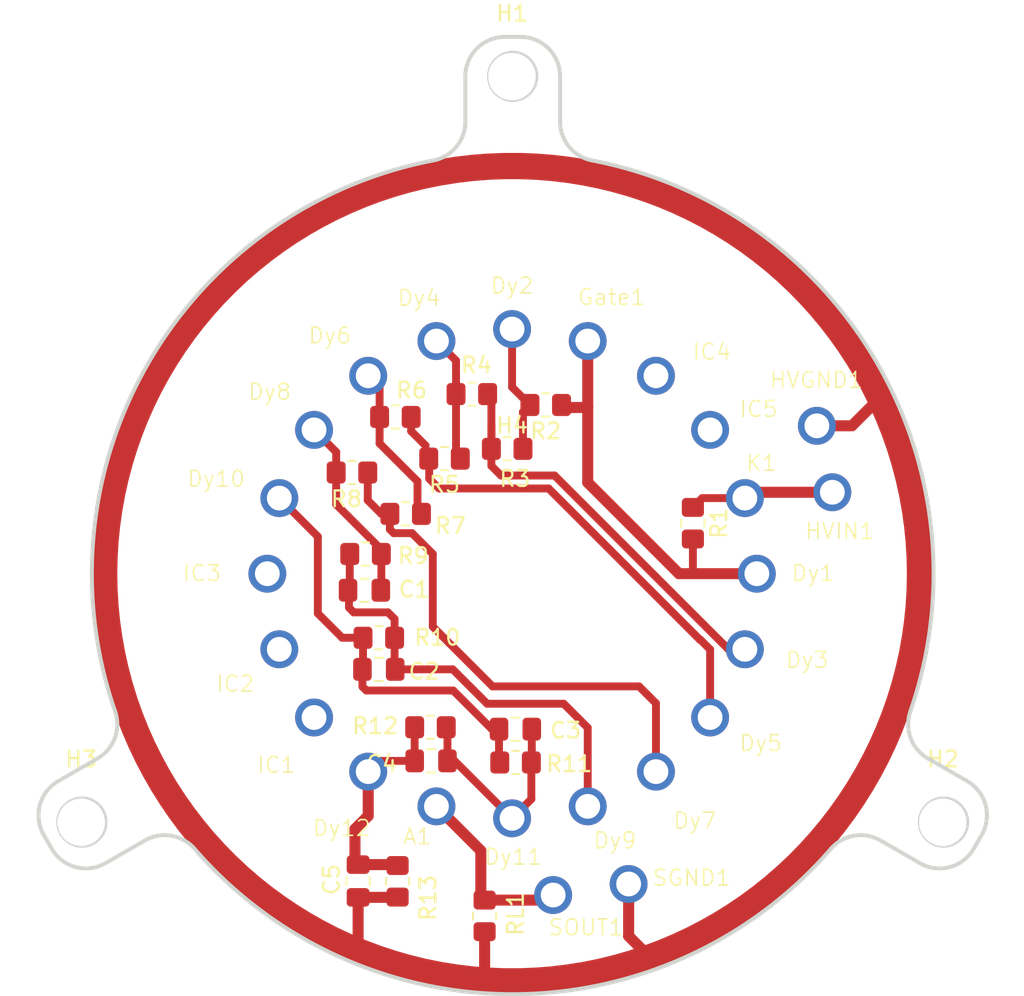
<source format=kicad_pcb>
(kicad_pcb (version 20221018) (generator pcbnew)
  (layers (0 "F.Cu" signal) (31 "B.Cu" signal) (34 "B.Paste" user) (35 "F.Paste" user) (36 "B.SilkS" user "B.Silkscreen") (37 "F.SilkS" user "F.Silkscreen") (38 "B.Mask" user) (39 "F.Mask" user) (44 "Edge.Cuts" user))
  (net 0 "")
  (net 1 "GND")
  (net 2 "Net-(A1-Pin_1)")
  (net 3 "Net-(Dy8-Pin_1)")
  (net 4 "Net-(Dy9-Pin_1)")
  (net 5 "Net-(Dy10-Pin_1)")
  (net 6 "Net-(Dy11-Pin_1)")
  (net 7 "Net-(Dy12-Pin_1)")
  (net 8 "Net-(Dy1-Pin_1)")
  (net 9 "Net-(Dy2-Pin_1)")
  (net 10 "Net-(Dy3-Pin_1)")
  (net 11 "Net-(Dy4-Pin_1)")
  (net 12 "Net-(Dy5-Pin_1)")
  (net 13 "Net-(Dy6-Pin_1)")
  (net 14 "Net-(Dy7-Pin_1)")
  (net 15 "Net-(HVIN1-Pin_1)")
  (footprint "Custom parts:PMT pin" (layer "F.Cu") (at 114.741 95.21)
    (fp_text reference "K1" (at 1.049 -2.22 unlocked) (layer "F.SilkS") (effects (font (thickness 0.1))))
    (fp_text value "K" hide)
    (pad "1" thru_hole circle (at 0 0) (size 2.4 2.4) (drill 1.57) (layers "*.Cu" "*.Mask") (net 15 "Net-(HVIN1-Pin_1)"))
  )
  (footprint "Resistor_SMD:R_0805_2012Metric_Pad1.20x1.40mm_HandSolder" (layer "F.Cu") (at 102.13 89.31 180)
    (fp_text reference "R2" (at 0 -1.65) (layer "F.SilkS"))
    (fp_text value "1.5R")
    (fp_line (start -0.227064 -0.735) (end 0.227064 -0.735) (stroke (width 0.12)) (layer "F.SilkS"))
    (fp_line (start -0.227064 0.735) (end 0.227064 0.735) (stroke (width 0.12)) (layer "F.SilkS"))
    (pad "1" smd roundrect (at -1 0 180) (size 1.2 1.4) (layers "F.Cu" "F.Paste" "F.Mask") (roundrect_rratio 0.208333) (net 8 "Net-(Dy1-Pin_1)"))
    (pad "2" smd roundrect (at 1 0 180) (size 1.2 1.4) (layers "F.Cu" "F.Paste" "F.Mask") (roundrect_rratio 0.208333) (net 9 "Net-(Dy2-Pin_1)"))
  )
  (footprint "MountingHole:MountingHole_3mm" (layer "F.Cu") (at 127.28 115.75)
    (fp_text reference "H2" (at 0 -4) (layer "F.SilkS"))
    (fp_text value "MountingHole")
    (pad "" np_thru_hole circle (at 0 0) (size 3 3) (drill 3) (layers "*.Cu" "*.Mask"))
  )
  (footprint "Custom parts:PMT pin" (layer "F.Cu") (at 84.5 100)
    (fp_text reference "IC3" (at -4.14 -0.03 unlocked) (layer "F.SilkS") (effects (font (thickness 0.1))))
    (fp_text value "IC" hide)
    (pad "1" thru_hole circle (at 0 0) (size 2.4 2.4) (drill 1.57) (layers "*.Cu" "*.Mask"))
  )
  (footprint "Custom parts:PMT pin" (layer "F.Cu") (at 100 115.5)
    (fp_text reference "Dy11" (at 0.07 2.44 unlocked) (layer "F.SilkS") (effects (font (thickness 0.1))))
    (fp_text value "Dy11" hide)
    (pad "1" thru_hole circle (at 0 0) (size 2.4 2.4) (drill 1.57) (layers "*.Cu" "*.Mask") (net 6 "Net-(Dy11-Pin_1)"))
  )
  (footprint "Custom parts:PMT pin" (layer "F.Cu") (at 87.46 90.889)
    (fp_text reference "Dy8" (at -2.81 -2.409 unlocked) (layer "F.SilkS") (effects (font (thickness 0.1))))
    (fp_text value "Dy8" hide)
    (pad "1" thru_hole circle (at 0 0) (size 2.4 2.4) (drill 1.57) (layers "*.Cu" "*.Mask") (net 3 "Net-(Dy8-Pin_1)"))
  )
  (footprint "Custom parts:PMT pin" (layer "F.Cu") (at 115.5 100)
    (fp_text reference "Dy1" (at 3.56 -0.03 unlocked) (layer "F.SilkS") (effects (font (thickness 0.1))))
    (fp_text value "Dy1")
    (pad "1" thru_hole circle (at 0 0) (size 2.4 2.4) (drill 1.57) (layers "*.Cu" "*.Mask") (net 8 "Net-(Dy1-Pin_1)"))
  )
  (footprint "Custom parts:PMT pin" (layer "F.Cu") (at 119.3 90.63)
    (fp_text reference "HVGND1" (at -0.03 -2.9 unlocked) (layer "F.SilkS") (effects (font (thickness 0.1))))
    (fp_text value "HV GND" hide)
    (pad "1" thru_hole circle (at 0 0) (size 2.4 2.4) (drill 1.57) (layers "*.Cu" "*.Mask") (net 1 "GND"))
  )
  (footprint "Resistor_SMD:R_0805_2012Metric_Pad1.20x1.40mm_HandSolder" (layer "F.Cu") (at 100.22 111.96)
    (fp_text reference "R11" (at 3.4 0.09) (layer "F.SilkS"))
    (fp_text value "R")
    (fp_line (start -0.227064 -0.735) (end 0.227064 -0.735) (stroke (width 0.12)) (layer "F.SilkS"))
    (fp_line (start -0.227064 0.735) (end 0.227064 0.735) (stroke (width 0.12)) (layer "F.SilkS"))
    (pad "1" smd roundrect (at -1 0) (size 1.2 1.4) (layers "F.Cu" "F.Paste" "F.Mask") (roundrect_rratio 0.208333) (net 5 "Net-(Dy10-Pin_1)"))
    (pad "2" smd roundrect (at 1 0) (size 1.2 1.4) (layers "F.Cu" "F.Paste" "F.Mask") (roundrect_rratio 0.208333) (net 6 "Net-(Dy11-Pin_1)"))
  )
  (footprint "Custom parts:PMT pin" (layer "F.Cu") (at 104.79 114.741)
    (fp_text reference "Dy9" (at 1.73 2.159 unlocked) (layer "F.SilkS") (effects (font (thickness 0.1))))
    (fp_text value "Dy9" hide)
    (pad "1" thru_hole circle (at 0 0) (size 2.4 2.4) (drill 1.57) (layers "*.Cu" "*.Mask") (net 4 "Net-(Dy9-Pin_1)"))
  )
  (footprint "Custom parts:PMT pin" (layer "F.Cu") (at 104.79 85.259)
    (fp_text reference "Gate1" (at 1.51 -2.779 unlocked) (layer "F.SilkS") (effects (font (thickness 0.1))))
    (fp_text value "G" hide)
    (pad "1" thru_hole circle (at 0 0) (size 2.4 2.4) (drill 1.57) (layers "*.Cu" "*.Mask") (net 8 "Net-(Dy1-Pin_1)"))
  )
  (footprint "Custom parts:PMT pin" (layer "F.Cu") (at 85.259 95.21)
    (fp_text reference "Dy10" (at -3.999 -1.22 unlocked) (layer "F.SilkS") (effects (font (thickness 0.1))))
    (fp_text value "Dy10" hide)
    (pad "1" thru_hole circle (at 0 0) (size 2.4 2.4) (drill 1.57) (layers "*.Cu" "*.Mask") (net 5 "Net-(Dy10-Pin_1)"))
  )
  (footprint "Resistor_SMD:R_0805_2012Metric_Pad1.20x1.40mm_HandSolder" (layer "F.Cu") (at 92.61 90.07 180)
    (fp_text reference "R6" (at -1.02 1.69) (layer "F.SilkS"))
    (fp_text value "R")
    (fp_line (start -0.227064 -0.735) (end 0.227064 -0.735) (stroke (width 0.12)) (layer "F.SilkS"))
    (fp_line (start -0.227064 0.735) (end 0.227064 0.735) (stroke (width 0.12)) (layer "F.SilkS"))
    (pad "1" smd roundrect (at -1 0 180) (size 1.2 1.4) (layers "F.Cu" "F.Paste" "F.Mask") (roundrect_rratio 0.208333) (net 12 "Net-(Dy5-Pin_1)"))
    (pad "2" smd roundrect (at 1 0 180) (size 1.2 1.4) (layers "F.Cu" "F.Paste" "F.Mask") (roundrect_rratio 0.208333) (net 13 "Net-(Dy6-Pin_1)"))
  )
  (footprint "Capacitor_SMD:C_0805_2012Metric_Pad1.18x1.45mm_HandSolder" (layer "F.Cu") (at 100.21 109.85)
    (fp_text reference "C3" (at 3.18 0.08) (layer "F.SilkS"))
    (fp_text value "C")
    (fp_line (start -0.261252 -0.735) (end 0.261252 -0.735) (stroke (width 0.12)) (layer "F.SilkS"))
    (fp_line (start -0.261252 0.735) (end 0.261252 0.735) (stroke (width 0.12)) (layer "F.SilkS"))
    (pad "1" smd roundrect (at -1.0375 0) (size 1.175 1.45) (layers "F.Cu" "F.Paste" "F.Mask") (roundrect_rratio 0.212766) (net 5 "Net-(Dy10-Pin_1)"))
    (pad "2" smd roundrect (at 1.0375 0) (size 1.175 1.45) (layers "F.Cu" "F.Paste" "F.Mask") (roundrect_rratio 0.212766) (net 6 "Net-(Dy11-Pin_1)"))
  )
  (footprint "MountingHole:MountingHole_3mm" (layer "F.Cu") (at 72.72 115.75)
    (fp_text reference "H3" (at 0 -4) (layer "F.SilkS"))
    (fp_text value "MountingHole")
    (pad "" np_thru_hole circle (at 0 0) (size 3 3) (drill 3) (layers "*.Cu" "*.Mask"))
  )
  (footprint "Resistor_SMD:R_0805_2012Metric_Pad1.20x1.40mm_HandSolder" (layer "F.Cu") (at 111.45 96.8 -90)
    (fp_text reference "R1" (at 0 -1.65 90) (layer "F.SilkS"))
    (fp_text value "4R")
    (fp_line (start -0.227064 -0.735) (end 0.227064 -0.735) (stroke (width 0.12)) (layer "F.SilkS"))
    (fp_line (start -0.227064 0.735) (end 0.227064 0.735) (stroke (width 0.12)) (layer "F.SilkS"))
    (pad "1" smd roundrect (at -1 0 270) (size 1.2 1.4) (layers "F.Cu" "F.Paste" "F.Mask") (roundrect_rratio 0.208333) (net 15 "Net-(HVIN1-Pin_1)"))
    (pad "2" smd roundrect (at 1 0 270) (size 1.2 1.4) (layers "F.Cu" "F.Paste" "F.Mask") (roundrect_rratio 0.208333) (net 8 "Net-(Dy1-Pin_1)"))
  )
  (footprint "Capacitor_SMD:C_0805_2012Metric_Pad1.18x1.45mm_HandSolder" (layer "F.Cu") (at 90.65 101.05 180)
    (fp_text reference "C1" (at -3.15 0.06) (layer "F.SilkS"))
    (fp_text value "C")
    (fp_line (start -0.261252 -0.735) (end 0.261252 -0.735) (stroke (width 0.12)) (layer "F.SilkS"))
    (fp_line (start -0.261252 0.735) (end 0.261252 0.735) (stroke (width 0.12)) (layer "F.SilkS"))
    (pad "1" smd roundrect (at -1.0375 0 180) (size 1.175 1.45) (layers "F.Cu" "F.Paste" "F.Mask") (roundrect_rratio 0.212766) (net 3 "Net-(Dy8-Pin_1)"))
    (pad "2" smd roundrect (at 1.0375 0 180) (size 1.175 1.45) (layers "F.Cu" "F.Paste" "F.Mask") (roundrect_rratio 0.212766) (net 4 "Net-(Dy9-Pin_1)"))
  )
  (footprint "Resistor_SMD:R_0805_2012Metric_Pad1.20x1.40mm_HandSolder" (layer "F.Cu") (at 99.69 92.09 180)
    (fp_text reference "R3" (at -0.49 -1.89) (layer "F.SilkS"))
    (fp_text value "2R")
    (fp_line (start -0.227064 -0.735) (end 0.227064 -0.735) (stroke (width 0.12)) (layer "F.SilkS"))
    (fp_line (start -0.227064 0.735) (end 0.227064 0.735) (stroke (width 0.12)) (layer "F.SilkS"))
    (pad "1" smd roundrect (at -1 0 180) (size 1.2 1.4) (layers "F.Cu" "F.Paste" "F.Mask") (roundrect_rratio 0.208333) (net 9 "Net-(Dy2-Pin_1)"))
    (pad "2" smd roundrect (at 1 0 180) (size 1.2 1.4) (layers "F.Cu" "F.Paste" "F.Mask") (roundrect_rratio 0.208333) (net 10 "Net-(Dy3-Pin_1)"))
  )
  (footprint "MountingHole:MountingHole_3mm" (layer "F.Cu") (at 100 68.5)
    (fp_text reference "H1" (at 0 -4) (layer "F.SilkS"))
    (fp_text value "MountingHole")
    (pad "" np_thru_hole circle (at 0 0) (size 3 3) (drill 3) (layers "*.Cu" "*.Mask"))
  )
  (footprint "Custom parts:PMT pin" (layer "F.Cu") (at 112.54 90.889)
    (fp_text reference "IC5" (at 3.07 -1.319 unlocked) (layer "F.SilkS") (effects (font (thickness 0.1))))
    (fp_text value "IC" hide)
    (pad "1" thru_hole circle (at 0 0) (size 2.4 2.4) (drill 1.57) (layers "*.Cu" "*.Mask"))
  )
  (footprint "Custom parts:PMT pin" (layer "F.Cu") (at 95.21 114.741)
    (fp_text reference "A1" (at -1.22 1.899 unlocked) (layer "F.SilkS") (effects (font (thickness 0.1))))
    (fp_text value "A" hide)
    (pad "1" thru_hole circle (at 0 0) (size 2.4 2.4) (drill 1.57) (layers "*.Cu" "*.Mask") (net 2 "Net-(A1-Pin_1)"))
  )
  (footprint "Capacitor_SMD:C_0805_2012Metric_Pad1.18x1.45mm_HandSolder" (layer "F.Cu") (at 94.87 111.86 180)
    (fp_text reference "C4" (at 3.13 -0.17) (layer "F.SilkS"))
    (fp_text value "C")
    (fp_line (start -0.261252 -0.735) (end 0.261252 -0.735) (stroke (width 0.12)) (layer "F.SilkS"))
    (fp_line (start -0.261252 0.735) (end 0.261252 0.735) (stroke (width 0.12)) (layer "F.SilkS"))
    (pad "1" smd roundrect (at -1.0375 0 180) (size 1.175 1.45) (layers "F.Cu" "F.Paste" "F.Mask") (roundrect_rratio 0.212766) (net 6 "Net-(Dy11-Pin_1)"))
    (pad "2" smd roundrect (at 1.0375 0 180) (size 1.175 1.45) (layers "F.Cu" "F.Paste" "F.Mask") (roundrect_rratio 0.212766) (net 7 "Net-(Dy12-Pin_1)"))
  )
  (footprint "Resistor_SMD:R_0805_2012Metric_Pad1.20x1.40mm_HandSolder" (layer "F.Cu") (at 94.83 109.73 180)
    (fp_text reference "R12" (at 3.5 0.08) (layer "F.SilkS"))
    (fp_text value "1.5R")
    (fp_line (start -0.227064 -0.735) (end 0.227064 -0.735) (stroke (width 0.12)) (layer "F.SilkS"))
    (fp_line (start -0.227064 0.735) (end 0.227064 0.735) (stroke (width 0.12)) (layer "F.SilkS"))
    (pad "1" smd roundrect (at -1 0 180) (size 1.2 1.4) (layers "F.Cu" "F.Paste" "F.Mask") (roundrect_rratio 0.208333) (net 6 "Net-(Dy11-Pin_1)"))
    (pad "2" smd roundrect (at 1 0 180) (size 1.2 1.4) (layers "F.Cu" "F.Paste" "F.Mask") (roundrect_rratio 0.208333) (net 7 "Net-(Dy12-Pin_1)"))
  )
  (footprint "Custom parts:PMT pin" (layer "F.Cu") (at 109.111 112.54)
    (fp_text reference "Dy7" (at 2.469 3.11 unlocked) (layer "F.SilkS") (effects (font (thickness 0.1))))
    (fp_text value "Dy7" hide)
    (pad "1" thru_hole circle (at 0 0) (size 2.4 2.4) (drill 1.57) (layers "*.Cu" "*.Mask") (net 14 "Net-(Dy7-Pin_1)"))
  )
  (footprint "Resistor_SMD:R_0805_2012Metric_Pad1.20x1.40mm_HandSolder" (layer "F.Cu") (at 89.86 93.59 180)
    (fp_text reference "R8" (at 0.35 -1.68) (layer "F.SilkS"))
    (fp_text value "R")
    (fp_line (start -0.227064 -0.735) (end 0.227064 -0.735) (stroke (width 0.12)) (layer "F.SilkS"))
    (fp_line (start -0.227064 0.735) (end 0.227064 0.735) (stroke (width 0.12)) (layer "F.SilkS"))
    (pad "1" smd roundrect (at -1 0 180) (size 1.2 1.4) (layers "F.Cu" "F.Paste" "F.Mask") (roundrect_rratio 0.208333) (net 14 "Net-(Dy7-Pin_1)"))
    (pad "2" smd roundrect (at 1 0 180) (size 1.2 1.4) (layers "F.Cu" "F.Paste" "F.Mask") (roundrect_rratio 0.208333) (net 3 "Net-(Dy8-Pin_1)"))
  )
  (footprint "Custom parts:PMT pin" (layer "F.Cu") (at 100 84.5)
    (fp_text reference "Dy2" (at 0 -2.75 unlocked) (layer "F.SilkS") (effects (font (thickness 0.1))))
    (fp_text value "Dy2" hide)
    (pad "1" thru_hole circle (at 0 0) (size 2.4 2.4) (drill 1.57) (layers "*.Cu" "*.Mask") (net 9 "Net-(Dy2-Pin_1)"))
  )
  (footprint "Resistor_SMD:R_0805_2012Metric_Pad1.20x1.40mm_HandSolder" (layer "F.Cu") (at 95.72 92.71 180)
    (fp_text reference "R5" (at 0 -1.65) (layer "F.SilkS"))
    (fp_text value "R")
    (fp_line (start -0.227064 -0.735) (end 0.227064 -0.735) (stroke (width 0.12)) (layer "F.SilkS"))
    (fp_line (start -0.227064 0.735) (end 0.227064 0.735) (stroke (width 0.12)) (layer "F.SilkS"))
    (pad "1" smd roundrect (at -1 0 180) (size 1.2 1.4) (layers "F.Cu" "F.Paste" "F.Mask") (roundrect_rratio 0.208333) (net 11 "Net-(Dy4-Pin_1)"))
    (pad "2" smd roundrect (at 1 0 180) (size 1.2 1.4) (layers "F.Cu" "F.Paste" "F.Mask") (roundrect_rratio 0.208333) (net 12 "Net-(Dy5-Pin_1)"))
  )
  (footprint "Resistor_SMD:R_0805_2012Metric_Pad1.20x1.40mm_HandSolder" (layer "F.Cu") (at 91.56 104.06 180)
    (fp_text reference "R10" (at -3.71 0.02) (layer "F.SilkS"))
    (fp_text value "R")
    (fp_line (start -0.227064 -0.735) (end 0.227064 -0.735) (stroke (width 0.12)) (layer "F.SilkS"))
    (fp_line (start -0.227064 0.735) (end 0.227064 0.735) (stroke (width 0.12)) (layer "F.SilkS"))
    (pad "1" smd roundrect (at -1 0 180) (size 1.2 1.4) (layers "F.Cu" "F.Paste" "F.Mask") (roundrect_rratio 0.208333) (net 4 "Net-(Dy9-Pin_1)"))
    (pad "2" smd roundrect (at 1 0 180) (size 1.2 1.4) (layers "F.Cu" "F.Paste" "F.Mask") (roundrect_rratio 0.208333) (net 5 "Net-(Dy10-Pin_1)"))
  )
  (footprint "MountingHole:MountingHole_8.4mm_M8" (layer "F.Cu") (at 100 100)
    (fp_text reference "H4" (at 0 -9.4) (layer "F.SilkS"))
    (fp_text value "MountingHole")
    (pad "" np_thru_hole circle (at 0 0) (size 8.4 8.4) (drill 8.4) (layers "*.Cu" "*.Mask"))
  )
  (footprint "Resistor_SMD:R_0805_2012Metric_Pad1.20x1.40mm_HandSolder" (layer "F.Cu") (at 93.26 96.21 180)
    (fp_text reference "R7" (at -2.83 -0.76) (layer "F.SilkS"))
    (fp_text value "R")
    (fp_line (start -0.227064 -0.735) (end 0.227064 -0.735) (stroke (width 0.12)) (layer "F.SilkS"))
    (fp_line (start -0.227064 0.735) (end 0.227064 0.735) (stroke (width 0.12)) (layer "F.SilkS"))
    (pad "1" smd roundrect (at -1 0 180) (size 1.2 1.4) (layers "F.Cu" "F.Paste" "F.Mask") (roundrect_rratio 0.208333) (net 13 "Net-(Dy6-Pin_1)"))
    (pad "2" smd roundrect (at 1 0 180) (size 1.2 1.4) (layers "F.Cu" "F.Paste" "F.Mask") (roundrect_rratio 0.208333) (net 14 "Net-(Dy7-Pin_1)"))
  )
  (footprint "Capacitor_SMD:C_0805_2012Metric_Pad1.18x1.45mm_HandSolder" (layer "F.Cu") (at 91.56 106.06 180)
    (fp_text reference "C2" (at -2.87 -0.13) (layer "F.SilkS"))
    (fp_text value "C")
    (fp_line (start -0.261252 -0.735) (end 0.261252 -0.735) (stroke (width 0.12)) (layer "F.SilkS"))
    (fp_line (start -0.261252 0.735) (end 0.261252 0.735) (stroke (width 0.12)) (layer "F.SilkS"))
    (pad "1" smd roundrect (at -1.0375 0 180) (size 1.175 1.45) (layers "F.Cu" "F.Paste" "F.Mask") (roundrect_rratio 0.212766) (net 4 "Net-(Dy9-Pin_1)"))
    (pad "2" smd roundrect (at 1.0375 0 180) (size 1.175 1.45) (layers "F.Cu" "F.Paste" "F.Mask") (roundrect_rratio 0.212766) (net 5 "Net-(Dy10-Pin_1)"))
  )
  (footprint "Custom parts:PMT pin" (layer "F.Cu") (at 87.46 109.111)
    (fp_text reference "IC1" (at -2.39 3.009 unlocked) (layer "F.SilkS") (effects (font (thickness 0.1))))
    (fp_text value "IC" hide)
    (pad "1" thru_hole circle (at 0 0) (size 2.4 2.4) (drill 1.57) (layers "*.Cu" "*.Mask"))
  )
  (footprint "Custom parts:PMT pin" (layer "F.Cu") (at 112.54 109.111)
    (fp_text reference "Dy5" (at 3.21 1.629 unlocked) (layer "F.SilkS") (effects (font (thickness 0.1))))
    (fp_text value "Dy5" hide)
    (pad "1" thru_hole circle (at 0 0) (size 2.4 2.4) (drill 1.57) (layers "*.Cu" "*.Mask") (net 12 "Net-(Dy5-Pin_1)"))
  )
  (footprint "Custom parts:PMT pin" (layer "F.Cu") (at 90.889 87.46)
    (fp_text reference "Dy6" (at -2.429 -2.55 unlocked) (layer "F.SilkS") (effects (font (thickness 0.1))))
    (fp_text value "Dy6" hide)
    (pad "1" thru_hole circle (at 0 0) (size 2.4 2.4) (drill 1.57) (layers "*.Cu" "*.Mask") (net 13 "Net-(Dy6-Pin_1)"))
  )
  (footprint "Custom parts:PMT pin" (layer "F.Cu") (at 107.38 119.66)
    (fp_text reference "SGND1" (at 3.99 -0.39 unlocked) (layer "F.SilkS") (effects (font (thickness 0.1))))
    (fp_text value "SIG GND" hide)
    (pad "1" thru_hole circle (at 0 0) (size 2.4 2.4) (drill 1.57) (layers "*.Cu" "*.Mask") (net 1 "GND"))
  )
  (footprint "Custom parts:PMT pin" (layer "F.Cu") (at 85.259 104.79)
    (fp_text reference "IC2" (at -2.789 2.19 unlocked) (layer "F.SilkS") (effects (font (thickness 0.1))))
    (fp_text value "IC" hide)
    (pad "1" thru_hole circle (at 0 0) (size 2.4 2.4) (drill 1.57) (layers "*.Cu" "*.Mask"))
  )
  (footprint "Custom parts:PMT pin" (layer "F.Cu") (at 95.21 85.259)
    (fp_text reference "Dy4" (at -1.1 -2.729 unlocked) (layer "F.SilkS") (effects (font (thickness 0.1))))
    (fp_text value "Dy4")
    (pad "1" thru_hole circle (at 0 0) (size 2.4 2.4) (drill 1.57) (layers "*.Cu" "*.Mask") (net 11 "Net-(Dy4-Pin_1)"))
  )
  (footprint "Resistor_SMD:R_0805_2012Metric_Pad1.20x1.40mm_HandSolder" (layer "F.Cu") (at 90.72 98.75 180)
    (fp_text reference "R9" (at -3.02 -0.12) (layer "F.SilkS"))
    (fp_text value "R")
    (fp_line (start -0.227064 -0.735) (end 0.227064 -0.735) (stroke (width 0.12)) (layer "F.SilkS"))
    (fp_line (start -0.227064 0.735) (end 0.227064 0.735) (stroke (width 0.12)) (layer "F.SilkS"))
    (pad "1" smd roundrect (at -1 0 180) (size 1.2 1.4) (layers "F.Cu" "F.Paste" "F.Mask") (roundrect_rratio 0.208333) (net 3 "Net-(Dy8-Pin_1)"))
    (pad "2" smd roundrect (at 1 0 180) (size 1.2 1.4) (layers "F.Cu" "F.Paste" "F.Mask") (roundrect_rratio 0.208333) (net 4 "Net-(Dy9-Pin_1)"))
  )
  (footprint "Capacitor_SMD:C_0805_2012Metric_Pad1.18x1.45mm_HandSolder" (layer "F.Cu") (at 90.25 119.47 -90)
    (fp_text reference "C5" (at -0.09 1.69 90) (layer "F.SilkS"))
    (fp_text value "C")
    (fp_line (start -0.261252 -0.735) (end 0.261252 -0.735) (stroke (width 0.12)) (layer "F.SilkS"))
    (fp_line (start -0.261252 0.735) (end 0.261252 0.735) (stroke (width 0.12)) (layer "F.SilkS"))
    (pad "1" smd roundrect (at -1.0375 0 270) (size 1.175 1.45) (layers "F.Cu" "F.Paste" "F.Mask") (roundrect_rratio 0.212766) (net 7 "Net-(Dy12-Pin_1)"))
    (pad "2" smd roundrect (at 1.0375 0 270) (size 1.175 1.45) (layers "F.Cu" "F.Paste" "F.Mask") (roundrect_rratio 0.212766) (net 1 "GND"))
  )
  (footprint "Custom parts:PMT pin" (layer "F.Cu") (at 109.111 87.46)
    (fp_text reference "IC4" (at 3.539 -1.52 unlocked) (layer "F.SilkS") (effects (font (thickness 0.1))))
    (fp_text value "IC" hide)
    (pad "1" thru_hole circle (at 0 0) (size 2.4 2.4) (drill 1.57) (layers "*.Cu" "*.Mask"))
  )
  (footprint "Resistor_SMD:R_0805_2012Metric_Pad1.20x1.40mm_HandSolder" (layer "F.Cu") (at 92.75 119.49 -90)
    (fp_text reference "R13" (at 1.0575 -1.93 90) (layer "F.SilkS"))
    (fp_text value "1.5R")
    (fp_line (start -0.227064 -0.735) (end 0.227064 -0.735) (stroke (width 0.12)) (layer "F.SilkS"))
    (fp_line (start -0.227064 0.735) (end 0.227064 0.735) (stroke (width 0.12)) (layer "F.SilkS"))
    (pad "1" smd roundrect (at -1 0 270) (size 1.2 1.4) (layers "F.Cu" "F.Paste" "F.Mask") (roundrect_rratio 0.208333) (net 7 "Net-(Dy12-Pin_1)"))
    (pad "2" smd roundrect (at 1 0 270) (size 1.2 1.4) (layers "F.Cu" "F.Paste" "F.Mask") (roundrect_rratio 0.208333) (net 1 "GND"))
  )
  (footprint "Resistor_SMD:R_0805_2012Metric_Pad1.20x1.40mm_HandSolder" (layer "F.Cu") (at 98.26 121.68 90)
    (fp_text reference "RL1" (at 0.12 1.96 90) (layer "F.SilkS"))
    (fp_text value "R")
    (fp_line (start -0.227064 -0.735) (end 0.227064 -0.735) (stroke (width 0.12)) (layer "F.SilkS"))
    (fp_line (start -0.227064 0.735) (end 0.227064 0.735) (stroke (width 0.12)) (layer "F.SilkS"))
    (pad "1" smd roundrect (at -1 0 90) (size 1.2 1.4) (layers "F.Cu" "F.Paste" "F.Mask") (roundrect_rratio 0.208333) (net 1 "GND"))
    (pad "2" smd roundrect (at 1 0 90) (size 1.2 1.4) (layers "F.Cu" "F.Paste" "F.Mask") (roundrect_rratio 0.208333) (net 2 "Net-(A1-Pin_1)"))
  )
  (footprint "Custom parts:PMT pin" (layer "F.Cu") (at 120.28 94.84)
    (fp_text reference "HVIN1" (at 0.46 2.47 unlocked) (layer "F.SilkS") (effects (font (thickness 0.1))))
    (fp_text value "HV IN" hide)
    (pad "1" thru_hole circle (at 0 0) (size 2.4 2.4) (drill 1.57) (layers "*.Cu" "*.Mask") (net 15 "Net-(HVIN1-Pin_1)"))
  )
  (footprint "Resistor_SMD:R_0805_2012Metric_Pad1.20x1.40mm_HandSolder" (layer "F.Cu") (at 97.45 88.62 180)
    (fp_text reference "R4" (at -0.29 1.83) (layer "F.SilkS"))
    (fp_text value "R")
    (fp_line (start -0.227064 -0.735) (end 0.227064 -0.735) (stroke (width 0.12)) (layer "F.SilkS"))
    (fp_line (start -0.227064 0.735) (end 0.227064 0.735) (stroke (width 0.12)) (layer "F.SilkS"))
    (pad "1" smd roundrect (at -1 0 180) (size 1.2 1.4) (layers "F.Cu" "F.Paste" "F.Mask") (roundrect_rratio 0.208333) (net 10 "Net-(Dy3-Pin_1)"))
    (pad "2" smd roundrect (at 1 0 180) (size 1.2 1.4) (layers "F.Cu" "F.Paste" "F.Mask") (roundrect_rratio 0.208333) (net 11 "Net-(Dy4-Pin_1)"))
  )
  (footprint "Custom parts:PMT pin" (layer "F.Cu") (at 114.741 104.79)
    (fp_text reference "Dy3" (at 3.949 0.68 unlocked) (layer "F.SilkS") (effects (font (thickness 0.1))))
    (fp_text value "Dy3" hide)
    (pad "1" thru_hole circle (at 0 0) (size 2.4 2.4) (drill 1.57) (layers "*.Cu" "*.Mask") (net 10 "Net-(Dy3-Pin_1)"))
  )
  (footprint "Custom parts:PMT pin" (layer "F.Cu") (at 90.889 112.54)
    (fp_text reference "Dy12" (at -1.679 3.58 unlocked) (layer "F.SilkS") (effects (font (thickness 0.1))))
    (fp_text value "Dy12" hide)
    (pad "1" thru_hole circle (at 0 0) (size 2.4 2.4) (drill 1.57) (layers "*.Cu" "*.Mask") (net 7 "Net-(Dy12-Pin_1)"))
  )
  (footprint "Custom parts:PMT pin" (layer "F.Cu") (at 102.6 120.36)
    (fp_text reference "SOUT1" (at 2.08 2.05 unlocked) (layer "F.SilkS") (effects (font (thickness 0.1))))
    (fp_text value "Out" hide)
    (pad "1" thru_hole circle (at 0 0) (size 2.4 2.4) (drill 1.57) (layers "*.Cu" "*.Mask") (net 2 "Net-(A1-Pin_1)"))
  )
  (gr_circle (center 100.04 99.99) (end 104.04 99.99) (stroke (width 0.25)) (fill none) (layer "Edge.Cuts"))
  (gr_arc (start 126.331216 111.705139) (mid 125.238586 110.413053) (end 125.21919 108.721029) (stroke (width 0.25)) (layer "Edge.Cuts"))
  (gr_line (start 97.04 68.49) (end 97.04 71.36357) (stroke (width 0.25)) (layer "Edge.Cuts"))
  (gr_arc (start 70.345136 116.556987) (mid 70.095385 114.659939) (end 71.2602 113.141924) (stroke (width 0.25)) (layer "Edge.Cuts"))
  (gr_arc (start 105.068302 73.818667) (mid 123.119577 86.665) (end 125.21919 108.721029) (stroke (width 0.25)) (layer "Edge.Cuts"))
  (gr_arc (start 105.068302 73.818667) (mid 103.612664 72.955857) (end 103.04 71.36357) (stroke (width 0.25)) (layer "Edge.Cuts"))
  (gr_circle (center 127.3198 115.74) (end 128.8198 115.74) (stroke (width 0.25)) (fill none) (layer "Edge.Cuts"))
  (gr_arc (start 97.04 71.36357) (mid 96.467336 72.955857) (end 95.011698 73.818667) (stroke (width 0.25)) (layer "Edge.Cuts"))
  (gr_line (start 100.54 65.99) (end 99.54 65.99) (stroke (width 0.25)) (layer "Edge.Cuts"))
  (gr_line (start 73.748784 111.705139) (end 71.2602 113.141924) (stroke (width 0.25)) (layer "Edge.Cuts"))
  (gr_arc (start 100.54 65.99) (mid 102.307767 66.722233) (end 103.04 68.49) (stroke (width 0.25)) (layer "Edge.Cuts"))
  (gr_arc (start 120.190888 117.430304) (mid 100.04 126.64) (end 79.889112 117.430304) (stroke (width 0.25)) (layer "Edge.Cuts"))
  (gr_arc (start 76.748784 116.901291) (mid 78.414078 116.60109) (end 79.889112 117.430304) (stroke (width 0.25)) (layer "Edge.Cuts"))
  (gr_line (start 74.2602 118.338076) (end 76.748784 116.901291) (stroke (width 0.25)) (layer "Edge.Cuts"))
  (gr_line (start 128.8198 113.141924) (end 126.331216 111.705139) (stroke (width 0.25)) (layer "Edge.Cuts"))
  (gr_arc (start 120.190888 117.430304) (mid 121.665921 116.601114) (end 123.331216 116.901291) (stroke (width 0.25)) (layer "Edge.Cuts"))
  (gr_line (start 129.234864 117.423013) (end 129.734864 116.556987) (stroke (width 0.25)) (layer "Edge.Cuts"))
  (gr_arc (start 74.2602 118.338076) (mid 72.363152 118.587827) (end 70.845136 117.423013) (stroke (width 0.25)) (layer "Edge.Cuts"))
  (gr_line (start 123.331216 116.901291) (end 125.8198 118.338076) (stroke (width 0.25)) (layer "Edge.Cuts"))
  (gr_arc (start 74.86081 108.721029) (mid 76.960423 86.665) (end 95.011698 73.818667) (stroke (width 0.25)) (layer "Edge.Cuts"))
  (gr_arc (start 128.8198 113.141924) (mid 129.984616 114.65994) (end 129.734864 116.556987) (stroke (width 0.25)) (layer "Edge.Cuts"))
  (gr_circle (center 72.7602 115.74) (end 74.2602 115.74) (stroke (width 0.25)) (fill none) (layer "Edge.Cuts"))
  (gr_line (start 103.04 71.36357) (end 103.04 68.49) (stroke (width 0.25)) (layer "Edge.Cuts"))
  (gr_arc (start 74.86081 108.721029) (mid 74.841413 110.413054) (end 73.748784 111.705139) (stroke (width 0.25)) (layer "Edge.Cuts"))
  (gr_circle (center 100.04 68.49) (end 101.54 68.49) (stroke (width 0.25)) (fill none) (layer "Edge.Cuts"))
  (gr_arc (start 97.04 68.49) (mid 97.772233 66.722233) (end 99.54 65.99) (stroke (width 0.25)) (layer "Edge.Cuts"))
  (gr_line (start 70.345136 116.556987) (end 70.845136 117.423013) (stroke (width 0.25)) (layer "Edge.Cuts"))
  (gr_arc (start 129.234864 117.423013) (mid 127.716847 118.587822) (end 125.8198 118.338076) (stroke (width 0.25)) (layer "Edge.Cuts"))
  (segment (start 90.25 120.5075) (end 90.25 123.19) (width 0.7) (layer "F.Cu") (net 1))
  (segment (start 119.3 90.63) (end 121.52 90.63) (width 0.7) (layer "F.Cu") (net 1))
  (segment (start 98.26 122.68) (end 98.26 125.69) (width 0.7) (layer "F.Cu") (net 1))
  (segment (start 90.25 120.5075) (end 92.7325 120.5075) (width 0.7) (layer "F.Cu") (net 1))
  (segment (start 98.26 125.69) (end 98.28 125.71) (width 0.7) (layer "F.Cu") (net 1))
  (segment (start 107.38 119.66) (end 107.38 122.96) (width 0.7) (layer "F.Cu") (net 1))
  (segment (start 92.7325 120.5075) (end 92.75 120.49) (width 0.7) (layer "F.Cu") (net 1))
  (segment (start 121.52 90.63) (end 123.11 89.04) (width 0.7) (layer "F.Cu") (net 1))
  (segment (start 107.38 122.96) (end 108.67 124.25) (width 0.7) (layer "F.Cu") (net 1))
  (segment (start 98.02 117.551) (end 98.02 120.44) (width 0.7) (layer "F.Cu") (net 2))
  (segment (start 98.26 120.68) (end 102.28 120.68) (width 0.7) (layer "F.Cu") (net 2))
  (segment (start 102.28 120.68) (end 102.6 120.36) (width 0.7) (layer "F.Cu") (net 2))
  (segment (start 98.02 120.44) (end 98.26 120.68) (width 0.7) (layer "F.Cu") (net 2))
  (segment (start 95.21 114.741) (end 98.02 117.551) (width 0.7) (layer "F.Cu") (net 2))
  (segment (start 91.72 98.47) (end 91.72 98.75) (width 0.5) (layer "F.Cu") (net 3))
  (segment (start 88.86 95.61) (end 91.72 98.47) (width 0.5) (layer "F.Cu") (net 3))
  (segment (start 91.72 98.75) (end 91.72 101.0175) (width 0.5) (layer "F.Cu") (net 3))
  (segment (start 88.86 93.59) (end 88.86 92.289) (width 0.5) (layer "F.Cu") (net 3))
  (segment (start 88.86 93.59) (end 88.86 95.61) (width 0.5) (layer "F.Cu") (net 3))
  (segment (start 88.86 92.289) (end 87.46 90.889) (width 0.5) (layer "F.Cu") (net 3))
  (segment (start 91.72 101.0175) (end 91.6875 101.05) (width 0.5) (layer "F.Cu") (net 3))
  (segment (start 98.42 108.24) (end 103.27 108.24) (width 0.5) (layer "F.Cu") (net 4))
  (segment (start 92.56 106.0225) (end 92.5975 106.06) (width 0.5) (layer "F.Cu") (net 4))
  (segment (start 92.14 102.45) (end 92.56 102.87) (width 0.5) (layer "F.Cu") (net 4))
  (segment (start 104.79 109.76) (end 104.79 114.741) (width 0.5) (layer "F.Cu") (net 4))
  (segment (start 96.24 106.06) (end 98.42 108.24) (width 0.5) (layer "F.Cu") (net 4))
  (segment (start 89.67 101.1075) (end 89.67 102.15) (width 0.5) (layer "F.Cu") (net 4))
  (segment (start 92.5975 104.0975) (end 92.56 104.06) (width 0.7) (layer "F.Cu") (net 4))
  (segment (start 92.5975 106.06) (end 96.24 106.06) (width 0.5) (layer "F.Cu") (net 4))
  (segment (start 89.6125 101.05) (end 89.67 101.1075) (width 0.5) (layer "F.Cu") (net 4))
  (segment (start 89.67 102.15) (end 89.97 102.45) (width 0.5) (layer "F.Cu") (net 4))
  (segment (start 89.72 98.75) (end 89.72 100.9425) (width 0.5) (layer "F.Cu") (net 4))
  (segment (start 92.56 104.06) (end 92.56 106.0225) (width 0.5) (layer "F.Cu") (net 4))
  (segment (start 89.97 102.45) (end 92.14 102.45) (width 0.5) (layer "F.Cu") (net 4))
  (segment (start 92.56 102.87) (end 92.56 104.06) (width 0.5) (layer "F.Cu") (net 4))
  (segment (start 103.27 108.24) (end 104.79 109.76) (width 0.5) (layer "F.Cu") (net 4))
  (segment (start 89.72 100.9425) (end 89.6125 101.05) (width 0.5) (layer "F.Cu") (net 4))
  (segment (start 87.7 97.651) (end 87.7 102.52) (width 0.5) (layer "F.Cu") (net 5))
  (segment (start 90.56 104.06) (end 90.56 106.0225) (width 0.5) (layer "F.Cu") (net 5))
  (segment (start 87.7 102.52) (end 89.24 104.06) (width 0.5) (layer "F.Cu") (net 5))
  (segment (start 99.1725 111.9125) (end 99.22 111.96) (width 0.5) (layer "F.Cu") (net 5))
  (segment (start 90.56 106.0225) (end 90.5225 106.06) (width 0.5) (layer "F.Cu") (net 5))
  (segment (start 90.5225 107.1525) (end 90.77 107.4) (width 0.5) (layer "F.Cu") (net 5))
  (segment (start 98.72 109.85) (end 99.1725 109.85) (width 0.5) (layer "F.Cu") (net 5))
  (segment (start 90.5225 106.06) (end 90.5225 107.1525) (width 0.5) (layer "F.Cu") (net 5))
  (segment (start 99.1725 109.85) (end 99.1725 111.9125) (width 0.5) (layer "F.Cu") (net 5))
  (segment (start 96.27 107.4) (end 98.72 109.85) (width 0.5) (layer "F.Cu") (net 5))
  (segment (start 89.24 104.06) (end 90.56 104.06) (width 0.5) (layer "F.Cu") (net 5))
  (segment (start 85.259 95.21) (end 87.7 97.651) (width 0.5) (layer "F.Cu") (net 5))
  (segment (start 90.77 107.4) (end 96.27 107.4) (width 0.5) (layer "F.Cu") (net 5))
  (segment (start 95.9075 109.8075) (end 95.83 109.73) (width 0.5) (layer "F.Cu") (net 6))
  (segment (start 95.9075 111.86) (end 95.9075 109.8075) (width 0.5) (layer "F.Cu") (net 6))
  (segment (start 100 115.5) (end 96.36 111.86) (width 0.5) (layer "F.Cu") (net 6))
  (segment (start 101.22 114.28) (end 100 115.5) (width 0.5) (layer "F.Cu") (net 6))
  (segment (start 101.22 111.96) (end 101.22 114.28) (width 0.5) (layer "F.Cu") (net 6))
  (segment (start 101.2475 111.9325) (end 101.22 111.96) (width 0.5) (layer "F.Cu") (net 6))
  (segment (start 101.2475 109.85) (end 101.2475 111.9325) (width 0.5) (layer "F.Cu") (net 6))
  (segment (start 96.36 111.86) (end 95.9075 111.86) (width 0.5) (layer "F.Cu") (net 6))
  (segment (start 90.25 118.4325) (end 92.6925 118.4325) (width 0.7) (layer "F.Cu") (net 7))
  (segment (start 90.05 118.2325) (end 90.25 118.4325) (width 0.7) (layer "F.Cu") (net 7))
  (segment (start 93.83 111.8575) (end 93.8325 111.86) (width 0.5) (layer "F.Cu") (net 7))
  (segment (start 90.889 115.341) (end 90.05 116.18) (width 0.7) (layer "F.Cu") (net 7))
  (segment (start 93.83 109.73) (end 93.83 111.8575) (width 0.5) (layer "F.Cu") (net 7))
  (segment (start 90.05 116.18) (end 90.05 118.2325) (width 0.7) (layer "F.Cu") (net 7))
  (segment (start 91.569 111.86) (end 90.889 112.54) (width 0.5) (layer "F.Cu") (net 7))
  (segment (start 93.8325 111.86) (end 91.569 111.86) (width 0.5) (layer "F.Cu") (net 7))
  (segment (start 90.889 112.54) (end 90.889 115.341) (width 0.7) (layer "F.Cu") (net 7))
  (segment (start 92.6925 118.4325) (end 92.75 118.49) (width 0.7) (layer "F.Cu") (net 7))
  (segment (start 111.49 100) (end 110.57 100) (width 0.7) (layer "F.Cu") (net 8))
  (segment (start 104.79 89.47) (end 104.79 85.259) (width 0.7) (layer "F.Cu") (net 8))
  (segment (start 103.29 89.47) (end 103.13 89.31) (width 0.7) (layer "F.Cu") (net 8))
  (segment (start 111.45 97.8) (end 111.45 99.96) (width 0.5) (layer "F.Cu") (net 8))
  (segment (start 104.79 89.47) (end 103.29 89.47) (width 0.7) (layer "F.Cu") (net 8))
  (segment (start 111.45 99.96) (end 111.49 100) (width 0.5) (layer "F.Cu") (net 8))
  (segment (start 110.57 100) (end 104.79 94.22) (width 0.7) (layer "F.Cu") (net 8))
  (segment (start 115.5 100) (end 111.49 100) (width 0.7) (layer "F.Cu") (net 8))
  (segment (start 104.79 94.22) (end 104.79 89.47) (width 0.7) (layer "F.Cu") (net 8))
  (segment (start 100 88.18) (end 100 84.5) (width 0.5) (layer "F.Cu") (net 9))
  (segment (start 101.13 89.31) (end 100 88.18) (width 0.5) (layer "F.Cu") (net 9))
  (segment (start 100.69 92.09) (end 100.69 89.75) (width 0.5) (layer "F.Cu") (net 9))
  (segment (start 100.69 89.75) (end 101.13 89.31) (width 0.5) (layer "F.Cu") (net 9))
  (segment (start 102.69 93.78) (end 99.3 93.78) (width 0.5) (layer "F.Cu") (net 10))
  (segment (start 98.69 90.66) (end 98.69 88.86) (width 0.5) (layer "F.Cu") (net 10))
  (segment (start 99.3 93.78) (end 98.69 93.17) (width 0.5) (layer "F.Cu") (net 10))
  (segment (start 113.7 104.79) (end 102.69 93.78) (width 0.5) (layer "F.Cu") (net 10))
  (segment (start 98.69 90.66) (end 98.69 91.879949) (width 0.5) (layer "F.Cu") (net 10))
  (segment (start 98.69 92.09) (end 98.69 90.66) (width 0.5) (layer "F.Cu") (net 10))
  (segment (start 98.69 93.17) (end 98.69 92.09) (width 0.5) (layer "F.Cu") (net 10))
  (segment (start 98.69 88.86) (end 98.45 88.62) (width 0.5) (layer "F.Cu") (net 10))
  (segment (start 114.741 104.79) (end 113.7 104.79) (width 0.5) (layer "F.Cu") (net 10))
  (segment (start 96.45 88.62) (end 96.45 86.499) (width 0.5) (layer "F.Cu") (net 11))
  (segment (start 96.45 88.62) (end 96.45 92.65) (width 0.5) (layer "F.Cu") (net 11))
  (segment (start 96.45 92.65) (end 96.52 92.72) (width 0.5) (layer "F.Cu") (net 11))
  (segment (start 96.45 86.499) (end 95.21 85.259) (width 0.5) (layer "F.Cu") (net 11))
  (segment (start 95.37 94.6) (end 102.31 94.6) (width 0.5) (layer "F.Cu") (net 12))
  (segment (start 94.75 93.98) (end 95.37 94.6) (width 0.5) (layer "F.Cu") (net 12))
  (segment (start 111.9 104.19) (end 111.93 104.19) (width 0.5) (layer "F.Cu") (net 12))
  (segment (start 112.54 104.8) (end 112.54 109.111) (width 0.5) (layer "F.Cu") (net 12))
  (segment (start 94.72 92.71) (end 94.75 92.74) (width 0.5) (layer "F.Cu") (net 12))
  (segment (start 94.52 92.72) (end 94.52 91.88) (width 0.5) (layer "F.Cu") (net 12))
  (segment (start 94.52 91.88) (end 93.61 90.97) (width 0.5) (layer "F.Cu") (net 12))
  (segment (start 93.61 90.97) (end 93.61 90.07) (width 0.5) (layer "F.Cu") (net 12))
  (segment (start 111.93 104.19) (end 112.54 104.8) (width 0.5) (layer "F.Cu") (net 12))
  (segment (start 94.75 92.74) (end 94.75 93.98) (width 0.5) (layer "F.Cu") (net 12))
  (segment (start 102.31 94.6) (end 111.9 104.19) (width 0.5) (layer "F.Cu") (net 12))
  (segment (start 94.01 94.15) (end 94.01 95.96) (width 0.5) (layer "F.Cu") (net 13))
  (segment (start 91.61 91.75) (end 94.01 94.15) (width 0.5) (layer "F.Cu") (net 13))
  (segment (start 94.01 95.96) (end 94.26 96.21) (width 0.5) (layer "F.Cu") (net 13))
  (segment (start 91.61 88.181) (end 90.889 87.46) (width 0.5) (layer "F.Cu") (net 13))
  (segment (start 91.61 90.07) (end 91.61 88.181) (width 0.5) (layer "F.Cu") (net 13))
  (segment (start 91.61 90.07) (end 91.61 91.75) (width 0.5) (layer "F.Cu") (net 13))
  (segment (start 108.041 107.14) (end 98.76 107.14) (width 0.5) (layer "F.Cu") (net 14))
  (segment (start 109.111 112.54) (end 109.111 108.21) (width 0.5) (layer "F.Cu") (net 14))
  (segment (start 90.86 95.35) (end 91.72 96.21) (width 0.5) (layer "F.Cu") (net 14))
  (segment (start 109.111 108.21) (end 108.041 107.14) (width 0.5) (layer "F.Cu") (net 14))
  (segment (start 92.5 97.43) (end 92.26 97.19) (width 0.5) (layer "F.Cu") (net 14))
  (segment (start 94.98 103.36) (end 94.98 98.75) (width 0.5) (layer "F.Cu") (net 14))
  (segment (start 94.98 98.75) (end 93.66 97.43) (width 0.5) (layer "F.Cu") (net 14))
  (segment (start 92.26 97.19) (end 92.26 96.21) (width 0.5) (layer "F.Cu") (net 14))
  (segment (start 91.72 96.21) (end 92.26 96.21) (width 0.5) (layer "F.Cu") (net 14))
  (segment (start 93.66 97.43) (end 92.5 97.43) (width 0.5) (layer "F.Cu") (net 14))
  (segment (start 90.86 93.59) (end 90.86 95.35) (width 0.5) (layer "F.Cu") (net 14))
  (segment (start 98.76 107.14) (end 94.98 103.36) (width 0.5) (layer "F.Cu") (net 14))
  (segment (start 115.111 94.84) (end 114.741 95.21) (width 0.7) (layer "F.Cu") (net 15))
  (segment (start 114.741 95.21) (end 112.04 95.21) (width 0.5) (layer "F.Cu") (net 15))
  (segment (start 120.28 94.84) (end 115.111 94.84) (width 0.7) (layer "F.Cu") (net 15))
  (segment (start 112.04 95.21) (end 111.45 95.8) (width 0.5) (layer "F.Cu") (net 15))
  (zone (net 0) (net_name "") (layer "F.Cu") (connect_pads (clearance 0)) (min_thickness 0.25)
    (keepout (tracks allowed) (vias allowed) (pads allowed) (copperpour not_allowed) (footprints allowed))
    (fill (thermal_gap 0.5) (thermal_bridge_width 0.5))
    (polygon (pts (xy 125 100) (xy 124.980235 99.006087) (xy 124.920971 98.013746) (xy 124.822302 97.024545) (xy 124.684384 96.040049) (xy 124.507434 95.061815) (xy 124.291734 94.091389) (xy 124.037623 93.130306) (xy 123.745503 92.180085) (xy 123.415837 91.242229) (xy 123.049146 90.318221) (xy 122.64601 89.409521) (xy 122.207065 88.517568) (xy 121.733007 87.64377) (xy 121.224584 86.789511) (xy 120.682601 85.956139) (xy 120.107914 85.144974) (xy 119.501433 84.357298) (xy 118.864116 83.594356) (xy 118.19697 82.857355) (xy 117.501052 82.14746) (xy 116.777461 81.465793) (xy 116.027341 80.813433) (xy 115.251879 80.191411) (xy 114.4523 79.60071) (xy 113.629869 79.042265) (xy 112.785887 78.516958) (xy 111.921688 78.02562) (xy 111.038637 77.569028) (xy 110.138133 77.147905) (xy 109.221598 76.762915) (xy 108.290482 76.414668) (xy 107.346257 76.103713) (xy 106.390416 75.830544) (xy 105.42447 75.595592) (xy 104.449947 75.399228) (xy 103.468388 75.241763) (xy 102.481345 75.123446) (xy 101.490378 75.044464) (xy 100.497055 75.004942) (xy 99.502945 75.004942) (xy 98.509622 75.044464) (xy 97.518655 75.123446) (xy 96.531612 75.241763) (xy 95.550053 75.399228) (xy 94.57553 75.595592) (xy 93.609584 75.830544) (xy 92.653743 76.103713) (xy 91.709518 76.414668) (xy 90.778402 76.762915) (xy 89.861867 77.147905) (xy 88.961363 77.569028) (xy 88.078312 78.02562) (xy 87.214113 78.516958) (xy 86.370131 79.042265) (xy 85.5477 79.60071) (xy 84.748121 80.191411) (xy 83.972659 80.813433) (xy 83.222539 81.465793) (xy 82.498948 82.14746) (xy 81.80303 82.857355) (xy 81.135884 83.594356) (xy 80.498567 84.357298) (xy 79.892086 85.144974) (xy 79.317399 85.956139) (xy 78.775416 86.789511) (xy 78.266993 87.64377) (xy 77.792935 88.517568) (xy 77.35399 89.409521) (xy 76.950854 90.318221) (xy 76.584163 91.242229) (xy 76.254497 92.180085) (xy 75.962377 93.130306) (xy 75.708266 94.091389) (xy 75.492566 95.061815) (xy 75.315616 96.040049) (xy 75.177698 97.024545) (xy 75.079029 98.013746) (xy 75.019765 99.006087) (xy 75 100) (xy 75.019765 100.993913) (xy 75.079029 101.986254) (xy 75.177698 102.975455) (xy 75.315616 103.959951) (xy 75.492566 104.938185) (xy 75.708266 105.908611) (xy 75.962377 106.869694) (xy 76.254497 107.819915) (xy 76.584163 108.757771) (xy 76.950854 109.681779) (xy 77.35399 110.590479) (xy 77.792935 111.482432) (xy 78.266993 112.35623) (xy 78.775416 113.210489) (xy 79.317399 114.043861) (xy 79.892086 114.855026) (xy 80.498567 115.642702) (xy 81.135884 116.405644) (xy 81.80303 117.142645) (xy 82.498948 117.85254) (xy 83.222539 118.534207) (xy 83.972659 119.186567) (xy 84.748121 119.808589) (xy 85.5477 120.39929) (xy 86.370131 120.957735) (xy 87.214113 121.483042) (xy 88.078312 121.97438) (xy 88.961363 122.430972) (xy 89.861867 122.852095) (xy 90.778402 123.237085) (xy 91.709518 123.585332) (xy 92.653743 123.896287) (xy 93.609584 124.169456) (xy 94.57553 124.404408) (xy 95.550053 124.600772) (xy 96.531612 124.758237) (xy 97.518655 124.876554) (xy 98.509622 124.955536) (xy 99.502945 124.995058) (xy 100.497055 124.995058) (xy 101.490378 124.955536) (xy 102.481345 124.876554) (xy 103.468388 124.758237) (xy 104.449947 124.600772) (xy 105.42447 124.404408) (xy 106.390416 124.169456) (xy 107.346257 123.896287) (xy 108.290482 123.585332) (xy 109.221598 123.237085) (xy 110.138133 122.852095) (xy 111.038637 122.430972) (xy 111.921688 121.97438) (xy 112.785887 121.483042) (xy 113.629869 120.957735) (xy 114.4523 120.39929) (xy 115.251879 119.808589) (xy 116.027341 119.186567) (xy 116.777461 118.534207) (xy 117.501052 117.85254) (xy 118.19697 117.142645) (xy 118.864116 116.405644) (xy 119.501433 115.642702) (xy 120.107914 114.855026) (xy 120.682601 114.043861) (xy 121.224584 113.210489) (xy 121.733007 112.35623) (xy 122.207065 111.482432) (xy 122.64601 110.590479) (xy 123.049146 109.681779) (xy 123.415837 108.757771) (xy 123.745503 107.819915) (xy 124.037623 106.869694) (xy 124.291734 105.908611) (xy 124.507434 104.938185) (xy 124.684384 103.959951) (xy 124.822302 102.975455) (xy 124.920971 101.986254) (xy 124.980235 100.993913)))
  )
  (zone (net 1) (net_name "GND") (layer "F.Cu") (connect_pads (clearance 0.5)) (min_thickness 0.25) (fill yes (thermal_gap 0.5) (thermal_bridge_width 0.5))
    (polygon (pts (xy 126.665 100) (xy 126.644947 98.966055) (xy 126.584817 97.933665) (xy 126.484701 96.904382) (xy 126.344749 95.879756) (xy 126.165173 94.861328) (xy 125.946241 93.850628) (xy 125.688284 92.849177) (xy 125.39169 91.858482) (xy 125.056904 90.880033) (xy 124.68443 89.915301) (xy 124.274828 88.965737) (xy 123.828714 88.03277) (xy 123.34676 87.117803) (xy 122.82969 86.222211) (xy 122.278282 85.347343) (xy 121.693366 84.494514) (xy 121.075821 83.665006) (xy 120.426575 82.860068) (xy 119.746606 82.08091) (xy 119.036936 81.328704) (xy 118.298633 80.604582) (xy 117.532807 79.909632) (xy 116.74061 79.2449) (xy 115.923234 78.611385) (xy 115.081907 78.010041) (xy 114.217896 77.441772) (xy 113.3325 76.907433) (xy 112.42705 76.407827) (xy 111.502909 75.943706) (xy 110.561467 75.515768) (xy 109.604139 75.124656) (xy 108.632366 74.770959) (xy 107.647608 74.45521) (xy 106.651348 74.177882) (xy 105.645084 73.939393) (xy 104.630329 73.740101) (xy 103.608609 73.580307) (xy 102.581462 73.460251) (xy 101.550432 73.380113) (xy 100.51707 73.340014) (xy 99.48293 73.340014) (xy 98.449568 73.380113) (xy 97.418538 73.460251) (xy 96.391391 73.580307) (xy 95.369671 73.740101) (xy 94.354916 73.939393) (xy 93.348652 74.177882) (xy 92.352392 74.45521) (xy 91.367634 74.770959) (xy 90.395861 75.124656) (xy 89.438533 75.515768) (xy 88.497091 75.943706) (xy 87.57295 76.407827) (xy 86.6675 76.907433) (xy 85.782104 77.441772) (xy 84.918093 78.010041) (xy 84.076766 78.611385) (xy 83.25939 79.2449) (xy 82.467193 79.909632) (xy 81.701367 80.604582) (xy 80.963064 81.328704) (xy 80.253394 82.08091) (xy 79.573425 82.860068) (xy 78.924179 83.665006) (xy 78.306634 84.494514) (xy 77.721718 85.347343) (xy 77.17031 86.222211) (xy 76.65324 87.117803) (xy 76.171286 88.03277) (xy 75.725172 88.965737) (xy 75.31557 89.915301) (xy 74.943096 90.880033) (xy 74.60831 91.858482) (xy 74.311716 92.849177) (xy 74.053759 93.850628) (xy 73.834827 94.861328) (xy 73.655251 95.879756) (xy 73.515299 96.904382) (xy 73.415183 97.933665) (xy 73.355053 98.966055) (xy 73.335 100) (xy 73.355053 101.033945) (xy 73.415183 102.066335) (xy 73.515299 103.095618) (xy 73.655251 104.120244) (xy 73.834827 105.138672) (xy 74.053759 106.149372) (xy 74.311716 107.150823) (xy 74.60831 108.141518) (xy 74.943096 109.119967) (xy 75.31557 110.084699) (xy 75.725172 111.034263) (xy 76.171286 111.96723) (xy 76.65324 112.882197) (xy 77.17031 113.777789) (xy 77.721718 114.652657) (xy 78.306634 115.505486) (xy 78.924179 116.334994) (xy 79.573425 117.139932) (xy 80.253394 117.91909) (xy 80.963064 118.671296) (xy 81.701367 119.395418) (xy 82.467193 120.090368) (xy 83.25939 120.7551) (xy 84.076766 121.388615) (xy 84.918093 121.989959) (xy 85.782104 122.558228) (xy 86.6675 123.092567) (xy 87.57295 123.592173) (xy 88.497091 124.056294) (xy 89.438533 124.484232) (xy 90.395861 124.875344) (xy 91.367634 125.229041) (xy 92.352392 125.54479) (xy 93.348652 125.822118) (xy 94.354916 126.060607) (xy 95.369671 126.259899) (xy 96.391391 126.419693) (xy 97.418538 126.539749) (xy 98.449568 126.619887) (xy 99.48293 126.659986) (xy 100.51707 126.659986) (xy 101.550432 126.619887) (xy 102.581462 126.539749) (xy 103.608609 126.419693) (xy 104.630329 126.259899) (xy 105.645084 126.060607) (xy 106.651348 125.822118) (xy 107.647608 125.54479) (xy 108.632366 125.229041) (xy 109.604139 124.875344) (xy 110.561467 124.484232) (xy 111.502909 124.056294) (xy 112.42705 123.592173) (xy 113.3325 123.092567) (xy 114.217896 122.558228) (xy 115.081907 121.989959) (xy 115.923234 121.388615) (xy 116.74061 120.7551) (xy 117.532807 120.090368) (xy 118.298633 119.395418) (xy 119.036936 118.671296) (xy 119.746606 117.91909) (xy 120.426575 117.139932) (xy 121.075821 116.334994) (xy 121.693366 115.505486) (xy 122.278282 114.652657) (xy 122.82969 113.777789) (xy 123.34676 112.882197) (xy 123.828714 111.96723) (xy 124.274828 111.034263) (xy 124.68443 110.084699) (xy 125.056904 109.119967) (xy 125.39169 108.141518) (xy 125.688284 107.150823) (xy 125.946241 106.149372) (xy 126.165173 105.138672) (xy 126.344749 104.120244) (xy 126.484701 103.095618) (xy 126.584817 102.066335) (xy 126.644947 101.033945)))
  )
)
</source>
